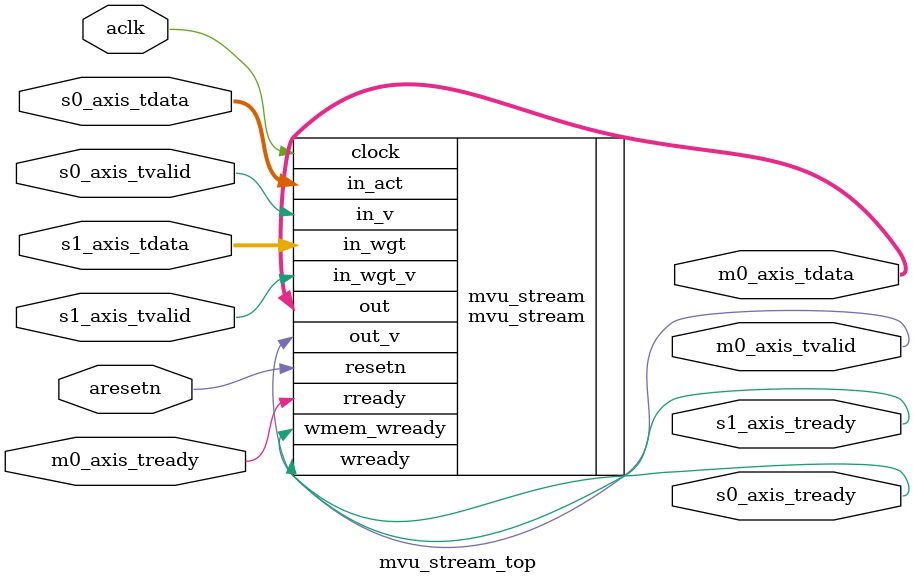
<source format=v>
`timescale 1ns/1ns

module mvu_stream_top #(
    parameter KDim = 2, // kernel dimension
    parameter IFMCh = 2, // input channels
    parameter OFMCh = 2, // output channels
    parameter SIMD = 2, // input columns compute in parallel
    parameter PE = 2, // input row compute in parallel
    parameter TSrcI = 4, // bit width of input
    parameter TW = 1, // bit width of weights
    parameter TDstI = 8, // bit width of output
    parameter OP_SGN = 2'b00, // operand signed/unsigned
    parameter MatrixW = KDim*KDim*IFMCh, // input width
    parameter MatrixH = OFMCh // input height
) (
    input                   aresetn,
    input                   aclk,
    output [PE*TDstI-1:0]   m0_axis_tdata,
    output                  m0_axis_tvalid,
    input                   m0_axis_tready,

    input [SIMD*TSrcI-1:0]  s0_axis_tdata,
    input                   s0_axis_tvalid,
    output                  s0_axis_tready,

    input [0:PE*SIMD*TW-1]  s1_axis_tdata,
    input                   s1_axis_tvalid,
    output                  s1_axis_tready
);

mvu_stream #(
    .KDim   (KDim   ),
    .IFMCh  (IFMCh  ),
    .OFMCh  (OFMCh  ),
    .MatrixW(MatrixW),
    .MatrixH(MatrixH),
    .SIMD   (SIMD   ),
    .PE     (PE     ), // input row compute in parallel
    .TSrcI  (TSrcI  ), // bit width of input
    .TW     (TW     ), // bit width of weights
    .TDstI  (TDstI  ), // bit width of output
    .OP_SGN (OP_SGN ) // operand signed/unsigned
) mvu_stream (
    .resetn     (aresetn),
    .clock      (aclk),
    .in_wgt     (s1_axis_tdata),
    .in_wgt_v   (s1_axis_tvalid),
    .wmem_wready(s1_axis_tready),
    .in_act     (s0_axis_tdata),
    .in_v       (s0_axis_tvalid),
    .wready     (s0_axis_tready),
    .out        (m0_axis_tdata),
    .out_v      (m0_axis_tvalid),
    .rready     (m0_axis_tready)
);

endmodule
</source>
